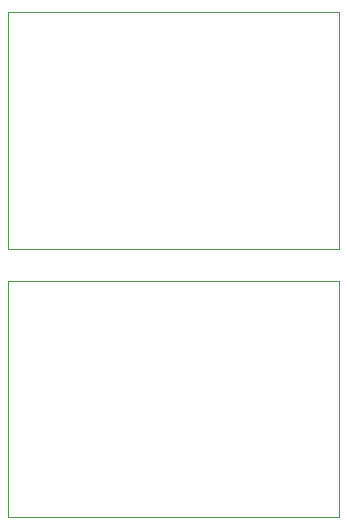
<source format=gbr>
%FSLAX34Y34*%
%MOMM*%
%LNOUTLINE*%
G71*
G01*
%ADD10C, 0.00*%
%LPD*%
G54D10*
X-286862Y213837D02*
X-6862Y213837D01*
X-6862Y13837D01*
X-286862Y13837D01*
X-286862Y213837D01*
G54D10*
X-286862Y-13663D02*
X-6862Y-13663D01*
X-6862Y-213663D01*
X-286862Y-213663D01*
X-286862Y-13663D01*
M02*

</source>
